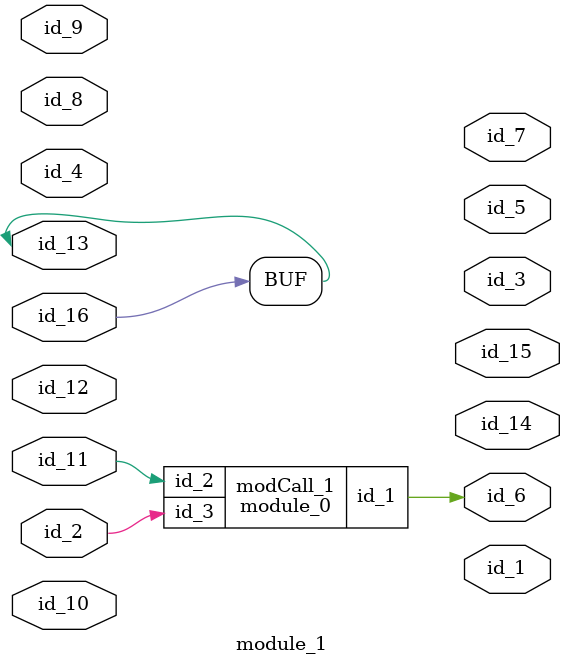
<source format=v>
module module_0 (
    id_1,
    id_2,
    id_3
);
  input wire id_3;
  input wire id_2;
  output wire id_1;
  wire id_4;
endmodule
module module_1 (
    id_1,
    id_2,
    id_3,
    id_4,
    id_5,
    id_6,
    id_7,
    id_8,
    id_9,
    id_10,
    id_11,
    id_12,
    id_13,
    id_14,
    id_15,
    id_16
);
  input wire id_16;
  output wire id_15;
  output wire id_14;
  inout wire id_13;
  input wire id_12;
  input wire id_11;
  inout wire id_10;
  inout wire id_9;
  input wire id_8;
  output wire id_7;
  output wire id_6;
  output wire id_5;
  input wire id_4;
  output wire id_3;
  inout wire id_2;
  output wire id_1;
  assign id_13 = 1 ? id_16[""] : 1'b0;
  module_0 modCall_1 (
      id_6,
      id_11,
      id_2
  );
endmodule

</source>
